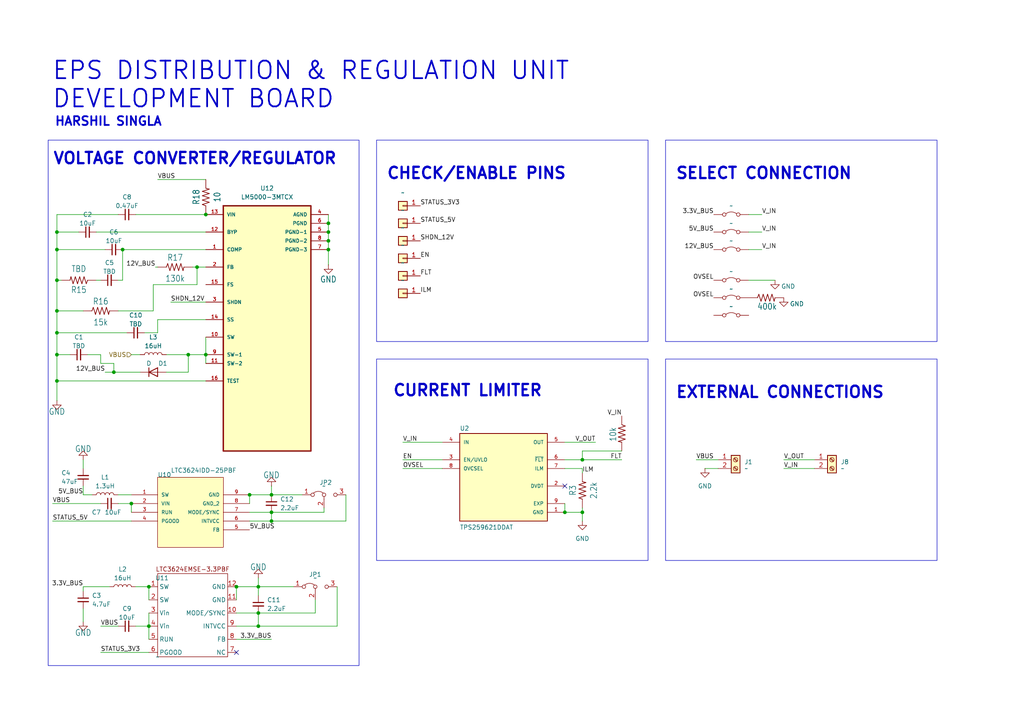
<source format=kicad_sch>
(kicad_sch (version 20231120) (generator "eeschema") (generator_version "8.0")
  (paper "A4")
  (lib_symbols
    (symbol "Connector:Screw_Terminal_01x02" (pin_names (offset 1.016) hide)
      (property "Reference" "J" (at 0 2.54 0))
      (property "Value" "Screw_Terminal_01x02" (at 0 -5.08 0))
      (symbol "Screw_Terminal_01x02_1_1"
        (rectangle (start -1.27 1.27) (end 1.27 -3.81) (stroke (width 0.254)) (fill (type background)))
        (circle (center 0 -2.54) (radius 0.635) (stroke (width 0.1524)))
        (polyline (pts (xy -0.5334 -2.2098) (xy 0.3302 -3.048)) (stroke (width 0.1524)))
        (polyline (pts (xy -0.5334 0.3302) (xy 0.3302 -0.508)) (stroke (width 0.1524)))
        (polyline (pts (xy -0.3556 -2.032) (xy 0.508 -2.8702)) (stroke (width 0.1524)))
        (polyline (pts (xy -0.3556 0.508) (xy 0.508 -0.3302)) (stroke (width 0.1524)))
        (circle (center 0 0) (radius 0.635) (stroke (width 0.1524)))
        (pin passive line (at -5.08 0 0) (length 3.81) (name "Pin_1") (number "1"))
        (pin passive line (at -5.08 -2.54 0) (length 3.81) (name "Pin_2") (number "2"))
      )
    )
    (symbol "Connector_Generic:Conn_01x01" (pin_names (offset 1.016) hide)
      (property "Reference" "J" (at 0 2.54 0))
      (property "Value" "Conn_01x01" (at 0 -2.54 0))
      (symbol "Conn_01x01_1_1"
        (rectangle (start -1.27 0.127) (end 0 -0.127) (stroke (width 0.1524)))
        (rectangle (start -1.27 1.27) (end 1.27 -1.27) (stroke (width 0.254)) (fill (type background)))
        (pin passive line (at -5.08 0 0) (length 3.81) (name "Pin_1") (number "1"))
      )
    )
    (symbol "Device:C_Small" (pin_numbers hide) (pin_names (offset 0.254) hide)
      (property "Reference" "C" (at 0.254 1.778 0))
      (property "Value" "C_Small" (at 0.254 -2.032 0))
      (symbol "C_Small_0_1"
        (polyline (pts (xy -1.524 -0.508) (xy 1.524 -0.508)) (stroke (width 0.3302)))
        (polyline (pts (xy -1.524 0.508) (xy 1.524 0.508)) (stroke (width 0.3048)))
      )
      (symbol "C_Small_1_1"
        (pin passive line (at 0 2.54 270) (length 2.032) (name "~") (number "1"))
        (pin passive line (at 0 -2.54 90) (length 2.032) (name "~") (number "2"))
      )
    )
    (symbol "Device:D" (pin_numbers hide) (pin_names (offset 1.016) hide)
      (property "Reference" "D" (at 0 2.54 0))
      (property "Value" "D" (at 0 -2.54 0))
      (symbol "D_0_1"
        (polyline (pts (xy -1.27 1.27) (xy -1.27 -1.27)) (stroke (width 0.254)))
        (polyline (pts (xy 1.27 0) (xy -1.27 0)))
        (polyline (pts (xy 1.27 1.27) (xy 1.27 -1.27) (xy -1.27 0) (xy 1.27 1.27)) (stroke (width 0.254)))
      )
      (symbol "D_1_1"
        (pin passive line (at -3.81 0 0) (length 2.54) (name "K") (number "1"))
        (pin passive line (at 3.81 0 180) (length 2.54) (name "A") (number "2"))
      )
    )
    (symbol "Device:L" (pin_numbers hide) (pin_names (offset 1.016) hide)
      (property "Reference" "L" (at -1.27 0 90))
      (property "Value" "L" (at 1.905 0 90))
      (symbol "L_0_1"
        (arc (start 0 -2.54) (mid 0.6323 -1.905) (end 0 -1.27))
        (arc (start 0 -1.27) (mid 0.6323 -0.635) (end 0 0))
        (arc (start 0 0) (mid 0.6323 0.635) (end 0 1.27))
        (arc (start 0 1.27) (mid 0.6323 1.905) (end 0 2.54))
      )
      (symbol "L_1_1"
        (pin passive line (at 0 3.81 270) (length 1.27) (name "1") (number "1"))
        (pin passive line (at 0 -3.81 90) (length 1.27) (name "2") (number "2"))
      )
    )
    (symbol "EPS_Schematic_v2-eagle-import:R-USCHIP-0805(2012-METRIC)"
      (property "Reference" "R" (at 0 2.7686 0))
      (symbol "R-USCHIP-0805(2012-METRIC)_1_0"
        (polyline (pts (xy -2.54 0) (xy -2.159 1.016)) (stroke (width 0.2032)))
        (polyline (pts (xy -2.159 1.016) (xy -1.524 -1.016)) (stroke (width 0.2032)))
        (polyline (pts (xy -1.524 -1.016) (xy -0.889 1.016)) (stroke (width 0.2032)))
        (polyline (pts (xy -0.889 1.016) (xy -0.254 -1.016)) (stroke (width 0.2032)))
        (polyline (pts (xy -0.254 -1.016) (xy 0.381 1.016)) (stroke (width 0.2032)))
        (polyline (pts (xy 0.381 1.016) (xy 1.016 -1.016)) (stroke (width 0.2032)))
        (polyline (pts (xy 1.016 -1.016) (xy 1.651 1.016)) (stroke (width 0.2032)))
        (polyline (pts (xy 1.651 1.016) (xy 2.286 -1.016)) (stroke (width 0.2032)))
        (polyline (pts (xy 2.286 -1.016) (xy 2.54 0)) (stroke (width 0.2032)))
        (pin passive line (at -5.08 0 0) (length 2.54) (name "1") (number "1"))
        (pin passive line (at 5.08 0 180) (length 2.54) (name "2") (number "2"))
      )
    )
    (symbol "Jumper:Jumper_2_Bridged" (pin_numbers hide) (pin_names (offset 0) hide) (exclude_from_sim yes)
      (property "Reference" "JP" (at 0 1.905 0))
      (property "Value" "Jumper_2_Bridged" (at 0 -2.54 0))
      (symbol "Jumper_2_Bridged_0_0"
        (circle (center -2.032 0) (radius 0.508))
        (circle (center 2.032 0) (radius 0.508))
      )
      (symbol "Jumper_2_Bridged_0_1"
        (arc (start 1.524 0.254) (mid 0 0.762) (end -1.524 0.254))
      )
      (symbol "Jumper_2_Bridged_1_1"
        (pin passive line (at -5.08 0 0) (length 2.54) (name "A") (number "1"))
        (pin passive line (at 5.08 0 180) (length 2.54) (name "B") (number "2"))
      )
    )
    (symbol "Jumper:Jumper_3_Bridged12" (pin_names (offset 0) hide) (exclude_from_sim yes) (in_bom no)
      (property "Reference" "JP" (at -2.54 -2.54 0))
      (property "Value" "Jumper_3_Bridged12" (at 0 2.794 0))
      (symbol "Jumper_3_Bridged12_0_0"
        (circle (center -3.302 0) (radius 0.508))
        (circle (center 0 0) (radius 0.508))
        (circle (center 3.302 0) (radius 0.508))
      )
      (symbol "Jumper_3_Bridged12_0_1"
        (arc (start -0.254 0.508) (mid -1.651 0.9912) (end -3.048 0.508))
        (polyline (pts (xy 0 -1.27) (xy 0 -0.508)))
      )
      (symbol "Jumper_3_Bridged12_1_1"
        (pin passive line (at -6.35 0 0) (length 2.54) (name "A") (number "1"))
        (pin passive line (at 0 -3.81 90) (length 2.54) (name "C") (number "2"))
        (pin passive line (at 6.35 0 180) (length 2.54) (name "B") (number "3"))
      )
    )
    (symbol "LM5000-3MTCX:LM5000-3MTCX" (pin_names (offset 1.016))
      (property "Reference" "U" (at -12.7 36.56 0))
      (property "Value" "LM5000-3MTCX" (at -12.7 -39.56 0))
      (symbol "LM5000-3MTCX_0_0"
        (rectangle (start -12.7 -35.56) (end 12.7 35.56) (stroke (width 0.41)) (fill (type background)))
        (pin bidirectional line (at -17.78 22.86 0) (length 5.08) (name "COMP") (number "1"))
        (pin bidirectional line (at -17.78 -2.54 0) (length 5.08) (name "SW") (number "10"))
        (pin bidirectional line (at -17.78 -10.16 0) (length 5.08) (name "SW-2") (number "11"))
        (pin bidirectional line (at -17.78 27.94 0) (length 5.08) (name "BYP") (number "12"))
        (pin input line (at -17.78 33.02 0) (length 5.08) (name "VIN") (number "13"))
        (pin bidirectional line (at -17.78 2.54 0) (length 5.08) (name "SS") (number "14"))
        (pin bidirectional line (at -17.78 12.7 0) (length 5.08) (name "FS") (number "15"))
        (pin bidirectional line (at -17.78 -15.24 0) (length 5.08) (name "TEST") (number "16"))
        (pin bidirectional line (at -17.78 17.78 0) (length 5.08) (name "FB") (number "2"))
        (pin bidirectional line (at -17.78 7.62 0) (length 5.08) (name "SHDN") (number "3"))
        (pin power_in line (at 17.78 33.02 180) (length 5.08) (name "AGND") (number "4"))
        (pin power_in line (at 17.78 27.94 180) (length 5.08) (name "PGND-1") (number "5"))
        (pin power_in line (at 17.78 30.48 180) (length 5.08) (name "PGND") (number "6"))
        (pin power_in line (at 17.78 22.86 180) (length 5.08) (name "PGND-3") (number "7"))
        (pin power_in line (at 17.78 25.4 180) (length 5.08) (name "PGND-2") (number "8"))
        (pin bidirectional line (at -17.78 -7.62 0) (length 5.08) (name "SW-1") (number "9"))
      )
    )
    (symbol "LTC3624IDD-25PBF:LTC3624IDD-25PBF" (pin_names (offset 1.016))
      (property "Reference" "U" (at 13.97 21.59 0))
      (property "Value" "LTC3624IDD-25PBF" (at 17.78 22.86 0))
      (symbol "LTC3624IDD-25PBF_0_0"
        (rectangle (start 13.97 21.59) (end 33.02 1.27) (stroke (width 0.1524)) (fill (type background)))
        (pin passive line (at 6.35 16.51 0) (length 7.62) (name "SW") (number "1"))
        (pin input line (at 6.35 13.97 0) (length 7.62) (name "VIN") (number "2"))
        (pin input line (at 6.35 11.43 0) (length 7.62) (name "RUN") (number "3"))
        (pin passive line (at 6.35 8.89 0) (length 7.62) (name "PGOOD") (number "4"))
        (pin input line (at 40.64 6.35 180) (length 7.62) (name "FB") (number "5"))
        (pin passive line (at 40.64 8.89 180) (length 7.62) (name "INTVCC") (number "6"))
        (pin passive line (at 40.64 11.43 180) (length 7.62) (name "MODE/SYNC") (number "7"))
        (pin power_in line (at 40.64 13.97 180) (length 7.62) (name "GND_2") (number "8"))
        (pin power_in line (at 40.64 16.51 180) (length 7.62) (name "GND") (number "9"))
      )
    )
    (symbol "LTC3624_3.3:LTC3624EMSE_3.3PBF"
      (property "Reference" "U" (at 1.27 22.86 0))
      (symbol "LTC3624EMSE_3.3PBF_0_1"
        (polyline (pts (xy 0 20.32) (xy 0 0)))
        (polyline (pts (xy 0 20.32) (xy 0 24.13) (xy 20.32 24.13) (xy 20.32 0) (xy 0 0)))
      )
      (symbol "LTC3624EMSE_3.3PBF_1_1"
        (text "LTC3624EMSE-3.3PBF\n" (at 10.16 25.4 0) (effects (font (size 1.27 1.27))))
        (pin input line (at -2.54 20.32 0) (length 2.54) (name "SW") (number "1"))
        (pin input line (at 22.86 12.7 180) (length 2.54) (name "MODE/SYNC") (number "10"))
        (pin input line (at 22.86 16.51 180) (length 2.54) (name "GND") (number "11"))
        (pin input line (at 22.86 20.32 180) (length 2.54) (name "GND") (number "12"))
        (pin input line (at -2.54 16.51 0) (length 2.54) (name "SW") (number "2"))
        (pin input line (at -2.54 12.7 0) (length 2.54) (name "Vin") (number "3"))
        (pin input line (at -2.54 8.89 0) (length 2.54) (name "Vin") (number "4"))
        (pin input line (at -2.54 5.08 0) (length 2.54) (name "RUN") (number "5"))
        (pin input line (at -2.54 1.27 0) (length 2.54) (name "PGOOD") (number "6"))
        (pin input line (at 22.86 1.27 180) (length 2.54) (name "NC") (number "7"))
        (pin input line (at 22.86 5.08 180) (length 2.54) (name "FB") (number "8"))
        (pin input line (at 22.86 8.89 180) (length 2.54) (name "INTVCC") (number "9"))
      )
    )
    (symbol "TPS259621DDAT:TPS259621DDAT" (pin_names (offset 1.016))
      (property "Reference" "U" (at -12.7 13.462 0))
      (property "Value" "TPS259621DDAT" (at -12.7 -15.24 0))
      (symbol "TPS259621DDAT_0_0"
        (rectangle (start -12.7 12.7) (end 12.7 -12.7) (stroke (width 0.254)) (fill (type background)))
        (pin power_in line (at 17.78 -10.16 180) (length 5.08) (name "GND") (number "1"))
        (pin output line (at 17.78 -2.54 180) (length 5.08) (name "DVDT") (number "2"))
        (pin input line (at -17.78 5.08 0) (length 5.08) (name "EN/UVLO") (number "3"))
        (pin input line (at -17.78 10.16 0) (length 5.08) (name "IN") (number "4"))
        (pin output line (at 17.78 10.16 180) (length 5.08) (name "OUT") (number "5"))
        (pin output line (at 17.78 5.08 180) (length 5.08) (name "~{FLT}") (number "6"))
        (pin output line (at 17.78 2.54 180) (length 5.08) (name "ILM") (number "7"))
        (pin input line (at -17.78 2.54 0) (length 5.08) (name "OVCSEL") (number "8"))
        (pin power_in line (at 17.78 -7.62 180) (length 5.08) (name "EXP") (number "9"))
      )
    )
    (symbol "power:GND" (power) (pin_numbers hide) (pin_names (offset 0) hide)
      (property "Value" "GND" (at 0 -3.81 0))
      (symbol "GND_0_1"
        (polyline (pts (xy 0 0) (xy 0 -1.27) (xy 1.27 -1.27) (xy 0 -2.54) (xy -1.27 -1.27) (xy 0 -1.27)))
      )
      (symbol "GND_1_1"
        (pin power_in line (at 0 0 270) (length 0) (name "~") (number "1"))
      )
    )
  )
  (junction (at 16.51 72.39))
  (junction (at 16.51 96.52))
  (junction (at 16.51 67.31))
  (junction (at 54.61 102.87))
  (junction (at 74.93 170.18))
  (junction (at 95.25 69.85))
  (junction (at 35.56 72.39))
  (junction (at 78.74 143.51))
  (junction (at 78.74 151.13))
  (junction (at 168.91 133.35))
  (junction (at 163.83 148.59))
  (junction (at 168.91 148.59))
  (junction (at 74.93 177.8))
  (junction (at 95.25 72.39))
  (junction (at 38.1 146.05))
  (junction (at 16.51 81.28))
  (junction (at 16.51 110.49))
  (junction (at 59.69 102.87))
  (junction (at 16.51 90.17))
  (junction (at 68.58 170.18))
  (junction (at 95.25 67.31))
  (junction (at 16.51 102.87))
  (junction (at 78.74 148.59))
  (junction (at 33.02 107.95))
  (junction (at 59.69 62.23))
  (junction (at 72.39 143.51))
  (junction (at 95.25 64.77))
  (junction (at 74.93 181.61))
  (junction (at 43.18 170.18))
  (junction (at 57.15 77.47))
  (junction (at 43.18 181.61))
  (no_connect (at 68.58 189.23))
  (no_connect (at 163.83 140.97))
  (wire (pts (xy 16.51 67.31) (xy 22.86 67.31)))
  (wire (pts (xy 27.94 81.28) (xy 29.21 81.28)))
  (wire (pts (xy 39.37 62.23) (xy 59.69 62.23)))
  (wire (pts (xy 16.51 90.17) (xy 16.51 96.52)))
  (wire (pts (xy 16.51 81.28) (xy 17.78 81.28)))
  (wire (pts (xy 68.58 170.18) (xy 74.93 170.18)))
  (wire (pts (xy 78.74 140.97) (xy 78.74 143.51)))
  (wire (pts (xy 43.18 177.8) (xy 43.18 181.61)))
  (wire (pts (xy 54.61 102.87) (xy 59.69 102.87)))
  (wire (pts (xy 34.29 81.28) (xy 35.56 81.28)))
  (wire (pts (xy 16.51 67.31) (xy 16.51 72.39)))
  (wire (pts (xy 163.83 128.27) (xy 172.72 128.27)))
  (wire (pts (xy 95.25 64.77) (xy 95.25 67.31)))
  (wire (pts (xy 41.91 96.52) (xy 45.72 96.52)))
  (wire (pts (xy 163.83 148.59) (xy 168.91 148.59)) (stroke (width 0.1524)))
  (wire (pts (xy 38.1 146.05) (xy 38.1 148.59)))
  (wire (pts (xy 39.37 181.61) (xy 43.18 181.61)))
  (wire (pts (xy 78.74 148.59) (xy 93.98 148.59)))
  (wire (pts (xy 59.69 97.79) (xy 59.69 102.87)))
  (wire (pts (xy 168.91 148.59) (xy 168.91 151.13)) (stroke (width 0.1524)))
  (wire (pts (xy 78.74 185.42) (xy 68.58 185.42)))
  (wire (pts (xy 78.74 143.51) (xy 87.63 143.51)))
  (wire (pts (xy 24.13 140.97) (xy 24.13 143.51)))
  (wire (pts (xy 33.02 107.95) (xy 40.64 107.95)))
  (wire (pts (xy 168.91 133.35) (xy 180.34 133.35)))
  (wire (pts (xy 39.37 170.18) (xy 43.18 170.18)))
  (wire (pts (xy 97.79 181.61) (xy 74.93 181.61)))
  (wire (pts (xy 29.21 181.61) (xy 34.29 181.61)))
  (wire (pts (xy 116.84 128.27) (xy 128.27 128.27)))
  (wire (pts (xy 227.33 135.89) (xy 236.22 135.89)))
  (wire (pts (xy 44.45 90.17) (xy 44.45 82.55)))
  (wire (pts (xy 38.1 102.87) (xy 40.64 102.87)))
  (wire (pts (xy 78.74 148.59) (xy 78.74 151.13)))
  (wire (pts (xy 201.93 133.35) (xy 208.28 133.35)))
  (wire (pts (xy 35.56 72.39) (xy 59.69 72.39)))
  (wire (pts (xy 24.13 143.51) (xy 26.67 143.51)))
  (wire (pts (xy 95.25 67.31) (xy 95.25 69.85)))
  (wire (pts (xy 29.21 105.41) (xy 33.02 105.41)))
  (wire (pts (xy 72.39 143.51) (xy 72.39 146.05)))
  (wire (pts (xy 16.51 110.49) (xy 16.51 116.205)))
  (wire (pts (xy 16.51 96.52) (xy 16.51 102.87)))
  (wire (pts (xy 57.15 82.55) (xy 57.15 77.47)))
  (wire (pts (xy 74.93 177.8) (xy 91.44 177.8)))
  (wire (pts (xy 34.29 146.05) (xy 38.1 146.05)))
  (wire (pts (xy 74.93 170.18) (xy 85.09 170.18)))
  (wire (pts (xy 45.085 77.47) (xy 45.72 77.47)))
  (wire (pts (xy 168.91 130.81) (xy 168.91 133.35)))
  (wire (pts (xy 45.72 92.71) (xy 59.69 92.71)))
  (wire (pts (xy 74.93 170.18) (xy 74.93 172.72)))
  (wire (pts (xy 48.26 102.87) (xy 54.61 102.87)))
  (wire (pts (xy 74.93 167.64) (xy 74.93 170.18)))
  (wire (pts (xy 217.17 72.39) (xy 220.98 72.39)))
  (wire (pts (xy 54.61 107.95) (xy 54.61 102.87)))
  (wire (pts (xy 15.24 146.05) (xy 29.21 146.05)))
  (wire (pts (xy 72.39 148.59) (xy 78.74 148.59)))
  (wire (pts (xy 100.33 143.51) (xy 100.33 151.13)))
  (wire (pts (xy 95.25 76.835) (xy 95.25 72.39)))
  (wire (pts (xy 224.79 81.28) (xy 217.17 81.28)))
  (wire (pts (xy 68.58 177.8) (xy 74.93 177.8)))
  (wire (pts (xy 68.58 181.61) (xy 74.93 181.61)))
  (wire (pts (xy 168.91 133.35) (xy 163.83 133.35)))
  (wire (pts (xy 16.51 62.23) (xy 16.51 67.31)))
  (wire (pts (xy 45.72 96.52) (xy 45.72 92.71)))
  (wire (pts (xy 59.69 102.87) (xy 59.69 105.41)))
  (wire (pts (xy 24.13 180.34) (xy 24.13 176.53)))
  (wire (pts (xy 72.39 151.13) (xy 78.74 151.13)))
  (wire (pts (xy 97.79 170.18) (xy 97.79 181.61)))
  (wire (pts (xy 29.21 189.23) (xy 43.18 189.23)))
  (wire (pts (xy 95.25 69.85) (xy 95.25 72.39)))
  (wire (pts (xy 16.51 72.39) (xy 16.51 81.28)))
  (wire (pts (xy 100.33 151.13) (xy 78.74 151.13)))
  (wire (pts (xy 204.47 135.89) (xy 208.28 135.89)))
  (wire (pts (xy 30.48 107.95) (xy 33.02 107.95)))
  (wire (pts (xy 15.24 151.13) (xy 38.1 151.13)))
  (wire (pts (xy 68.58 170.18) (xy 68.58 173.99)))
  (wire (pts (xy 93.98 147.32) (xy 93.98 148.59)))
  (wire (pts (xy 35.56 81.28) (xy 35.56 72.39)))
  (wire (pts (xy 180.34 130.81) (xy 168.91 130.81)))
  (wire (pts (xy 16.51 102.87) (xy 16.51 110.49)))
  (wire (pts (xy 57.15 77.47) (xy 59.69 77.47)))
  (wire (pts (xy 45.72 52.07) (xy 59.69 52.07)))
  (wire (pts (xy 217.17 62.23) (xy 220.98 62.23)))
  (wire (pts (xy 24.13 170.18) (xy 24.13 171.45)))
  (wire (pts (xy 34.29 90.17) (xy 44.45 90.17)))
  (wire (pts (xy 16.51 96.52) (xy 36.83 96.52)))
  (wire (pts (xy 16.51 72.39) (xy 30.48 72.39)))
  (wire (pts (xy 29.21 102.87) (xy 29.21 105.41)))
  (wire (pts (xy 25.4 102.87) (xy 29.21 102.87)))
  (wire (pts (xy 168.91 147.32) (xy 168.91 148.59)))
  (wire (pts (xy 34.29 143.51) (xy 38.1 143.51)))
  (wire (pts (xy 55.88 77.47) (xy 57.15 77.47)))
  (wire (pts (xy 43.18 170.18) (xy 43.18 173.99)))
  (wire (pts (xy 95.25 62.23) (xy 95.25 64.77)))
  (wire (pts (xy 74.93 181.61) (xy 74.93 177.8)))
  (wire (pts (xy 48.26 107.95) (xy 54.61 107.95)))
  (wire (pts (xy 49.53 87.63) (xy 59.69 87.63)))
  (wire (pts (xy 16.51 102.87) (xy 20.32 102.87)))
  (wire (pts (xy 33.02 105.41) (xy 33.02 107.95)))
  (wire (pts (xy 217.17 67.31) (xy 220.98 67.31)))
  (wire (pts (xy 163.83 146.05) (xy 163.83 148.59)))
  (wire (pts (xy 27.94 67.31) (xy 59.69 67.31)))
  (wire (pts (xy 16.51 62.23) (xy 34.29 62.23)))
  (wire (pts (xy 78.74 143.51) (xy 72.39 143.51)))
  (wire (pts (xy 16.51 90.17) (xy 24.13 90.17)))
  (wire (pts (xy 227.33 133.35) (xy 236.22 133.35)))
  (wire (pts (xy 43.18 181.61) (xy 43.18 185.42)))
  (wire (pts (xy 44.45 82.55) (xy 57.15 82.55)))
  (wire (pts (xy 24.13 133.35) (xy 24.13 135.89)))
  (wire (pts (xy 24.13 170.18) (xy 31.75 170.18)))
  (wire (pts (xy 116.84 135.89) (xy 128.27 135.89)))
  (wire (pts (xy 91.44 173.99) (xy 91.44 177.8)))
  (wire (pts (xy 168.91 135.89) (xy 168.91 137.16)) (stroke (width 0.1524)))
  (wire (pts (xy 16.51 110.49) (xy 59.69 110.49)))
  (wire (pts (xy 163.83 135.89) (xy 168.91 135.89)) (stroke (width 0.1524)))
  (wire (pts (xy 16.51 81.28) (xy 16.51 90.17)))
  (wire (pts (xy 116.84 133.35) (xy 128.27 133.35)))
  (rectangle (start 109.22 40.64) (end 187.96 99.06))
  (rectangle (start 13.97 40.64) (end 104.14 193.04))
  (rectangle (start 109.22 104.14) (end 187.96 162.56))
  (rectangle (start 193.04 40.64) (end 271.78 99.06))
  (rectangle (start 193.04 104.14) (end 271.78 162.56))
  (text "CHECK/ENABLE PINS" (at 112.014 52.324 0) (effects (font (size 3.27 3.27) (thickness 0.654) (bold yes)) (justify left bottom)))
  (text "VOLTAGE CONVERTER/REGULATOR" (at 15.24 48.006 0) (effects (font (size 3.27 3.27) (thickness 0.654) (bold yes)) (justify left bottom)))
  (text "EPS DISTRIBUTION & REGULATION UNIT\nDEVELOPMENT BOARD" (at 14.986 31.75 0) (effects (font (size 5.08 5.08) (thickness 0.508) (bold yes)) (justify left bottom)))
  (text "SELECT CONNECTION" (at 195.834 52.324 0) (effects (font (size 3.27 3.27) (thickness 0.654) (bold yes)) (justify left bottom)))
  (text "CURRENT LIMITER" (at 113.792 115.316 0) (effects (font (size 3.27 3.27) (thickness 0.654) (bold yes)) (justify left bottom)))
  (text "HARSHIL SINGLA" (at 15.748 36.83 0) (effects (font (size 2.54 2.54) (bold yes)) (justify left bottom)))
  (text "EXTERNAL CONNECTIONS" (at 195.834 115.824 0) (effects (font (size 3.27 3.27) (thickness 0.654) (bold yes)) (justify left bottom)))
  (label "VBUS" (at 45.72 52.07 0))
  (label "OVSEL" (at 207.01 81.28 180))
  (label "SHDN_12V" (at 121.92 69.85 0))
  (label "V_IN" (at 220.98 72.39 0))
  (label "V_OUT" (at 227.33 133.35 0))
  (label "V_OUT" (at 172.72 128.27 180))
  (label "OVSEL" (at 207.01 86.36 180))
  (label "3.3V_BUS" (at 78.74 185.42 180))
  (label "5V_BUS" (at 24.13 143.51 180))
  (label "ILM" (at 121.92 85.09 0))
  (label "EN" (at 116.84 133.35 0))
  (label "VBUS" (at 201.93 133.35 0))
  (label "3.3V_BUS" (at 24.13 170.18 180))
  (label "3.3V_BUS" (at 207.01 62.23 180))
  (label "FLT" (at 121.92 80.01 0))
  (label "12V_BUS" (at 207.01 72.39 180))
  (label "12V_BUS" (at 45.085 77.47 180))
  (label "V_IN" (at 116.84 128.27 0))
  (label "STATUS_5V" (at 15.24 151.13 0))
  (label "V_IN" (at 180.34 120.65 180))
  (label "5V_BUS" (at 207.01 67.31 180))
  (label "SHDN_12V" (at 49.53 87.63 0))
  (label "V_IN" (at 220.98 67.31 0))
  (label "FLT" (at 180.34 133.35 180))
  (label "STATUS_3V3" (at 29.21 189.23 0))
  (label "5V_BUS" (at 72.39 153.67 0))
  (label "STATUS_5V" (at 121.92 64.77 0))
  (label "OVSEL" (at 116.84 135.89 0))
  (label "VBUS" (at 29.21 181.61 0))
  (label "ILM" (at 168.91 137.16 0))
  (label "VBUS" (at 15.24 146.05 0))
  (label "12V_BUS" (at 30.48 107.95 180))
  (label "STATUS_3V3" (at 121.92 59.69 0))
  (label "V_IN" (at 220.98 62.23 0))
  (label "EN" (at 121.92 74.93 0))
  (label "V_IN" (at 227.33 135.89 0))
  (hierarchical_label "VBUS" (shape input) (at 38.1 102.87 180))
  (symbol (lib_id "Device:C_Small") (at 31.75 146.05 90) (unit 1)
    (property "Reference" "C7" (at 27.94 148.59 90))
    (property "Value" "10uF" (at 32.766 148.59 90))
    (property "Footprint" "Capacitor_SMD:C_0805_2012Metric_Pad1.18x1.45mm_HandSolder" (effects (hide yes)))
  )
  (symbol (lib_id "Connector:Screw_Terminal_01x02") (at 213.36 133.35 0) (unit 1)
    (property "Reference" "J1" (at 215.9 133.9849 0) (effects (justify left)))
    (property "Value" "~" (at 215.9 135.89 0) (effects (justify left)))
    (property "Description" "Generic screw terminal, single row, 01x02, script generated (kicad-library-utils/schlib/autogen/connector/)" (effects (hide yes)))
  )
  (symbol (lib_id "Connector_Generic:Conn_01x01") (at 116.84 69.85 180) (unit 1)
    (property "Reference" "J4" (effects (hide yes)))
    (property "Value" "~" (at 116.84 66.04 0))
    (property "Description" "Generic connector, single row, 01x01, script generated (kicad-library-utils/schlib/autogen/connector/)" (effects (hide yes)))
  )
  (symbol (lib_id "Device:C_Small") (at 36.83 62.23 90) (unit 1)
    (property "Reference" "C8" (at 36.83 57.15 90))
    (property "Value" "0.47uF" (at 36.83 59.69 90))
    (property "Footprint" "Capacitor_SMD:C_0805_2012Metric_Pad1.18x1.45mm_HandSolder" (effects (hide yes)))
  )
  (symbol (lib_id "power:GND") (at 24.13 180.34 0) (unit 1)
    (property "Reference" "#SUPPLY018" (effects (hide yes)))
    (property "Value" "GND" (at 24.13 183.515 0) (effects (font (size 1.778 1.5113))))
    (property "Description" "Power symbol creates a global label with name \"GND\" , ground" (effects (hide yes)))
  )
  (symbol (lib_id "Device:D") (at 44.45 107.95 0) (unit 1)
    (property "Reference" "D1" (at 47.244 105.41 0))
    (property "Value" "D" (at 43.18 105.41 0))
    (property "Description" "Diode" (effects (hide yes)))
    (property "Sim.Device" "D" (effects (hide yes)))
    (property "Sim.Pins" "1=K 2=A" (effects (hide yes)))
  )
  (symbol (lib_id "Device:L") (at 44.45 102.87 90) (unit 1)
    (property "Reference" "L3" (at 44.45 97.79 90))
    (property "Value" "16uH" (at 44.45 100.33 90))
    (property "Footprint" "Inductor_SMD:L_0805_2012Metric_Pad1.15x1.40mm_HandSolder" (effects (hide yes)))
  )
  (symbol (lib_id "EPS_Schematic_v2-eagle-import:R-USCHIP-0805(2012-METRIC)") (at 50.8 77.47 0) (unit 1)
    (property "Reference" "R17" (at 50.8 74.7014 0) (effects (font (size 1.778 1.5113))))
    (property "Value" "130k" (at 50.8 80.772 0) (effects (font (size 1.778 1.5113))))
    (property "Footprint" "Resistor_SMD:R_0603_1608Metric_Pad0.98x0.95mm_HandSolder" (effects (hide yes)))
  )
  (symbol (lib_id "Jumper:Jumper_2_Bridged") (at 212.09 81.28 0) (unit 1) (exclude_from_sim yes)
    (property "Reference" "JP6" (effects (hide yes)))
    (property "Value" "~" (at 212.09 78.74 0))
    (property "Description" "Jumper, 2-pole, closed/bridged" (effects (hide yes)))
  )
  (symbol (lib_id "LTC3624IDD-25PBF:LTC3624IDD-25PBF") (at 31.75 160.02 0) (unit 1)
    (property "Reference" "U10" (at 45.72 138.43 0) (effects (justify left bottom)))
    (property "Value" "LTC3624IDD-25PBF" (at 49.53 137.16 0) (effects (justify left bottom)))
  )
  (symbol (lib_id "LTC3624_3.3:LTC3624EMSE_3.3PBF") (at 45.72 190.5 0) (unit 1)
    (property "Reference" "U11" (at 46.99 167.64 0))
    (property "Value" "~" (at 45.72 190.5 0))
    (property "Footprint" "EPS_Schematic_v2:SOP65P490X110-13N" (effects (hide yes)))
  )
  (symbol (lib_id "Jumper:Jumper_2_Bridged") (at 212.09 91.44 0) (unit 1) (exclude_from_sim yes)
    (property "Reference" "JP8" (effects (hide yes)))
    (property "Value" "~" (at 212.09 88.9 0))
    (property "Description" "Jumper, 2-pole, closed/bridged" (effects (hide yes)))
  )
  (symbol (lib_id "Device:C_Small") (at 24.13 138.43 180) (unit 1)
    (property "Reference" "C4" (at 17.78 137.16 0) (effects (justify right)))
    (property "Value" "47uF" (at 17.78 139.7 0) (effects (justify right)))
    (property "Footprint" "Capacitor_SMD:C_0805_2012Metric_Pad1.18x1.45mm_HandSolder" (effects (hide yes)))
  )
  (symbol (lib_id "Connector:Screw_Terminal_01x02") (at 241.3 133.35 0) (unit 1)
    (property "Reference" "J8" (at 243.84 133.9849 0) (effects (justify left)))
    (property "Value" "~" (at 243.84 135.89 0) (effects (justify left)))
    (property "Description" "Generic screw terminal, single row, 01x02, script generated (kicad-library-utils/schlib/autogen/connector/)" (effects (hide yes)))
  )
  (symbol (lib_id "EPS_Schematic_v2-eagle-import:R-USCHIP-0805(2012-METRIC)") (at 180.34 125.73 270) (unit 1)
    (property "Reference" "R1" (effects (hide yes)))
    (property "Value" "10k" (at 177.8 125.984 0) (effects (font (size 1.778 1.5113))))
    (property "Footprint" "Resistor_SMD:R_0603_1608Metric_Pad0.98x0.95mm_HandSolder" (effects (hide yes)))
  )
  (symbol (lib_id "EPS_Schematic_v2-eagle-import:R-USCHIP-0805(2012-METRIC)") (at 22.86 81.28 180) (unit 1)
    (property "Reference" "R15" (at 22.86 84.0486 0) (effects (font (size 1.778 1.5113))))
    (property "Value" "TBD" (at 22.86 77.978 0) (effects (font (size 1.778 1.5113))))
    (property "Footprint" "Resistor_SMD:R_0603_1608Metric_Pad0.98x0.95mm_HandSolder" (effects (hide yes)))
  )
  (symbol (lib_id "Device:C_Small") (at 25.4 67.31 90) (unit 1)
    (property "Reference" "C2" (at 25.4 62.23 90))
    (property "Value" "10uF" (at 25.4 64.77 90))
    (property "Footprint" "Capacitor_SMD:C_0805_2012Metric_Pad1.18x1.45mm_HandSolder" (effects (hide yes)))
  )
  (symbol (lib_id "EPS_Schematic_v2-eagle-import:R-USCHIP-0805(2012-METRIC)") (at 59.69 57.15 90) (unit 1)
    (property "Reference" "R18" (at 56.9214 57.15 0) (effects (font (size 1.778 1.5113))))
    (property "Value" "10" (at 62.992 57.15 0) (effects (font (size 1.778 1.5113))))
    (property "Footprint" "Resistor_SMD:R_0603_1608Metric_Pad0.98x0.95mm_HandSolder" (effects (hide yes)))
  )
  (symbol (lib_id "Jumper:Jumper_3_Bridged12") (at 91.44 170.18 0) (unit 1) (exclude_from_sim yes) (in_bom no)
    (property "Reference" "JP1" (at 91.44 166.624 0))
    (property "Value" "~" (at 91.44 167.64 0))
    (property "Description" "Jumper, 3-pole, pins 1+2 closed/bridged" (effects (hide yes)))
  )
  (symbol (lib_id "Connector_Generic:Conn_01x01") (at 116.84 59.69 180) (unit 1)
    (property "Reference" "J3" (effects (hide yes)))
    (property "Value" "~" (at 116.84 55.88 0))
    (property "Description" "Generic connector, single row, 01x01, script generated (kicad-library-utils/schlib/autogen/connector/)" (effects (hide yes)))
  )
  (symbol (lib_id "Connector_Generic:Conn_01x01") (at 116.84 64.77 180) (unit 1)
    (property "Reference" "J2" (effects (hide yes)))
    (property "Value" "~" (at 116.84 60.96 0))
    (property "Description" "Generic connector, single row, 01x01, script generated (kicad-library-utils/schlib/autogen/connector/)" (effects (hide yes)))
  )
  (symbol (lib_id "Device:C_Small") (at 39.37 96.52 90) (unit 1)
    (property "Reference" "C10" (at 39.37 91.44 90))
    (property "Value" "TBD" (at 39.37 93.98 90))
    (property "Footprint" "Capacitor_SMD:C_0805_2012Metric_Pad1.18x1.45mm_HandSolder" (effects (hide yes)))
  )
  (symbol (lib_id "power:GND") (at 16.51 116.205 0) (unit 1)
    (property "Reference" "#SUPPLY017" (effects (hide yes)))
    (property "Value" "GND" (at 16.51 119.38 0) (effects (font (size 1.778 1.5113))))
    (property "Description" "Power symbol creates a global label with name \"GND\" , ground" (effects (hide yes)))
  )
  (symbol (lib_id "Jumper:Jumper_2_Bridged") (at 212.09 67.31 0) (unit 1) (exclude_from_sim yes)
    (property "Reference" "JP4" (effects (hide yes)))
    (property "Value" "~" (at 212.09 64.77 0))
    (property "Description" "Jumper, 2-pole, closed/bridged" (effects (hide yes)))
  )
  (symbol (lib_id "Device:C_Small") (at 36.83 181.61 90) (unit 1)
    (property "Reference" "C9" (at 36.83 176.53 90))
    (property "Value" "10uF" (at 36.83 179.07 90))
    (property "Footprint" "Capacitor_SMD:C_0805_2012Metric_Pad1.18x1.45mm_HandSolder" (effects (hide yes)))
  )
  (symbol (lib_id "Jumper:Jumper_2_Bridged") (at 212.09 86.36 0) (unit 1) (exclude_from_sim yes)
    (property "Reference" "JP7" (effects (hide yes)))
    (property "Value" "~" (at 212.09 83.82 0))
    (property "Description" "Jumper, 2-pole, closed/bridged" (effects (hide yes)))
  )
  (symbol (lib_id "power:GND") (at 168.91 151.13 0) (unit 1)
    (property "Reference" "#PWR02" (effects (hide yes)))
    (property "Value" "GND" (at 168.91 156.21 0))
    (property "Description" "Power symbol creates a global label with name \"GND\" , ground" (effects (hide yes)))
  )
  (symbol (lib_id "EPS_Schematic_v2-eagle-import:R-USCHIP-0805(2012-METRIC)") (at 29.21 90.17 0) (unit 1)
    (property "Reference" "R16" (at 29.21 87.4014 0) (effects (font (size 1.778 1.5113))))
    (property "Value" "15k" (at 29.21 93.472 0) (effects (font (size 1.778 1.5113))))
    (property "Footprint" "Resistor_SMD:R_0603_1608Metric_Pad0.98x0.95mm_HandSolder" (effects (hide yes)))
  )
  (symbol (lib_id "Device:C_Small") (at 74.93 175.26 0) (unit 1)
    (property "Reference" "C11" (at 77.47 173.9962 0) (effects (justify left)))
    (property "Value" "2.2uF" (at 77.47 176.5362 0) (effects (justify left)))
    (property "Footprint" "Capacitor_SMD:C_0805_2012Metric_Pad1.18x1.45mm_HandSolder" (effects (hide yes)))
  )
  (symbol (lib_id "Connector_Generic:Conn_01x01") (at 116.84 80.01 180) (unit 1)
    (property "Reference" "J6" (effects (hide yes)))
    (property "Value" "~" (at 116.84 76.2 0))
    (property "Description" "Generic connector, single row, 01x01, script generated (kicad-library-utils/schlib/autogen/connector/)" (effects (hide yes)))
  )
  (symbol (lib_id "Connector_Generic:Conn_01x01") (at 116.84 74.93 180) (unit 1)
    (property "Reference" "J5" (effects (hide yes)))
    (property "Value" "~" (at 116.84 71.12 0))
    (property "Description" "Generic connector, single row, 01x01, script generated (kicad-library-utils/schlib/autogen/connector/)" (effects (hide yes)))
  )
  (symbol (lib_id "Device:C_Small") (at 78.74 146.05 0) (unit 1)
    (property "Reference" "C12" (at 81.28 144.7863 0) (effects (justify left)))
    (property "Value" "2.2uF" (at 81.28 147.3263 0) (effects (justify left)))
    (property "Footprint" "Capacitor_SMD:C_0805_2012Metric_Pad1.18x1.45mm_HandSolder" (effects (hide yes)))
  )
  (symbol (lib_id "Jumper:Jumper_3_Bridged12") (at 93.98 143.51 0) (unit 1) (exclude_from_sim yes) (in_bom no)
    (property "Reference" "JP2" (at 94.488 139.954 0))
    (property "Value" "~" (at 93.98 140.97 0))
    (property "Description" "Jumper, 3-pole, pins 1+2 closed/bridged" (effects (hide yes)))
  )
  (symbol (lib_id "Device:L") (at 30.48 143.51 90) (unit 1)
    (property "Reference" "L1" (at 30.48 138.43 90))
    (property "Value" "1.3uH" (at 30.48 140.97 90))
    (property "Footprint" "Inductor_SMD:L_0805_2012Metric_Pad1.15x1.40mm_HandSolder" (effects (hide yes)))
  )
  (symbol (lib_id "TPS259621DDAT:TPS259621DDAT") (at 146.05 138.43 0) (unit 1)
    (property "Reference" "U2" (at 133.35 124.968 0) (effects (justify left bottom)))
    (property "Value" "TPS259621DDAT" (at 133.35 153.67 0) (effects (justify left bottom)))
    (property "Footprint" "EPS_Schematic_v2:IC_TPS259621DDAT" (effects (hide yes)))
  )
  (symbol (lib_id "Device:C_Small") (at 24.13 173.99 0) (unit 1)
    (property "Reference" "C3" (at 26.67 172.7263 0) (effects (justify left)))
    (property "Value" "4.7uF" (at 26.67 175.2663 0) (effects (justify left)))
    (property "Footprint" "Capacitor_SMD:C_0805_2012Metric_Pad1.18x1.45mm_HandSolder" (effects (hide yes)))
  )
  (symbol (lib_id "power:GND") (at 24.13 133.35 180) (unit 1)
    (property "Reference" "#SUPPLY019" (effects (hide yes)))
    (property "Value" "GND" (at 24.13 130.175 0) (effects (font (size 1.778 1.5113))))
    (property "Description" "Power symbol creates a global label with name \"GND\" , ground" (effects (hide yes)))
  )
  (symbol (lib_id "Jumper:Jumper_2_Bridged") (at 212.09 72.39 0) (unit 1) (exclude_from_sim yes)
    (property "Reference" "JP5" (effects (hide yes)))
    (property "Value" "~" (at 212.09 69.85 0))
    (property "Description" "Jumper, 2-pole, closed/bridged" (effects (hide yes)))
  )
  (symbol (lib_id "Device:L") (at 35.56 170.18 90) (unit 1)
    (property "Reference" "L2" (at 35.56 165.1 90))
    (property "Value" "16uH" (at 35.56 167.64 90))
    (property "Footprint" "Inductor_SMD:L_0805_2012Metric_Pad1.15x1.40mm_HandSolder" (effects (hide yes)))
  )
  (symbol (lib_id "power:GND") (at 95.25 76.835 0) (unit 1)
    (property "Reference" "#SUPPLY023" (effects (hide yes)))
    (property "Value" "GND" (at 95.25 81.026 0) (effects (font (size 1.778 1.5113))))
    (property "Description" "Power symbol creates a global label with name \"GND\" , ground" (effects (hide yes)))
  )
  (symbol (lib_id "power:GND") (at 224.79 81.28 0) (unit 1)
    (property "Reference" "#PWR03" (effects (hide yes)))
    (property "Value" "GND" (at 228.6 83.058 0))
    (property "Description" "Power symbol creates a global label with name \"GND\" , ground" (effects (hide yes)))
  )
  (symbol (lib_id "Jumper:Jumper_2_Bridged") (at 212.09 62.23 0) (unit 1) (exclude_from_sim yes)
    (property "Reference" "JP3" (effects (hide yes)))
    (property "Value" "~" (at 212.09 59.69 0))
    (property "Description" "Jumper, 2-pole, closed/bridged" (effects (hide yes)))
  )
  (symbol (lib_id "power:GND") (at 227.33 86.36 0) (unit 1)
    (property "Reference" "#PWR04" (effects (hide yes)))
    (property "Value" "GND" (at 231.14 88.138 0))
    (property "Description" "Power symbol creates a global label with name \"GND\" , ground" (effects (hide yes)))
  )
  (symbol (lib_id "Device:C_Small") (at 31.75 81.28 90) (unit 1)
    (property "Reference" "C5" (at 31.75 76.2 90))
    (property "Value" "TBD" (at 31.75 78.74 90))
    (property "Footprint" "Capacitor_SMD:C_0805_2012Metric_Pad1.18x1.45mm_HandSolder" (effects (hide yes)))
  )
  (symbol (lib_id "power:GND") (at 78.74 140.97 180) (unit 1)
    (property "Reference" "#SUPPLY021" (effects (hide yes)))
    (property "Value" "GND" (at 78.74 137.795 0) (effects (font (size 1.778 1.5113))))
    (property "Description" "Power symbol creates a global label with name \"GND\" , ground" (effects (hide yes)))
  )
  (symbol (lib_id "power:GND") (at 204.47 135.89 0) (unit 1)
    (property "Reference" "#PWR01" (effects (hide yes)))
    (property "Value" "GND" (at 204.47 140.97 0))
    (property "Description" "Power symbol creates a global label with name \"GND\" , ground" (effects (hide yes)))
  )
  (symbol (lib_id "EPS_Schematic_v2-eagle-import:R-USCHIP-0805(2012-METRIC)") (at 222.25 86.36 0) (unit 1)
    (property "Reference" "R2" (effects (hide yes)))
    (property "Value" "400k" (at 222.504 88.9 0) (effects (font (size 1.778 1.5113))))
    (property "Footprint" "Resistor_SMD:R_0603_1608Metric_Pad0.98x0.95mm_HandSolder" (effects (hide yes)))
  )
  (symbol (lib_id "Device:C_Small") (at 22.86 102.87 90) (unit 1)
    (property "Reference" "C1" (at 22.86 97.79 90))
    (property "Value" "TBD" (at 22.86 100.33 90))
    (property "Footprint" "Capacitor_SMD:C_0805_2012Metric_Pad1.18x1.45mm_HandSolder" (effects (hide yes)))
  )
  (symbol (lib_id "Connector_Generic:Conn_01x01") (at 116.84 85.09 180) (unit 1)
    (property "Reference" "J7" (effects (hide yes)))
    (property "Value" "~" (at 116.84 81.28 0))
    (property "Description" "Generic connector, single row, 01x01, script generated (kicad-library-utils/schlib/autogen/connector/)" (effects (hide yes)))
  )
  (symbol (lib_id "LM5000-3MTCX:LM5000-3MTCX") (at 77.47 95.25 0) (unit 1)
    (property "Reference" "U12" (at 77.47 54.61 0))
    (property "Value" "LM5000-3MTCX" (at 77.47 57.15 0))
    (property "Footprint" "LM5000-3MTCX:SOP65P640X120-16N" (effects (hide yes)))
    (property "MF" "Texas Instruments" (effects (hide yes)))
    (property "Description_1" "\n3.1-40V Wide Vin, 2A Current Mode Non-Synchronous Boost Regulator\n" (effects (hide yes)))
    (property "Package" "TSSOP-16 Texas Instruments" (effects (hide yes)))
    (property "Price" "None" (effects (hide yes)))
    (property "SnapEDA_Link" "https://www.snapeda.com/parts/LM5000-3MTCX/NOPB/Texas+Instruments/view-part/?ref=snap" (effects (hide yes)))
    (property "MP" "LM5000-3MTCX/NOPB" (effects (hide yes)))
    (property "Purchase-URL" "https://www.snapeda.com/api/url_track_click_mouser/?unipart_id=1207752&manufacturer=Texas Instruments&part_name=LM5000-3MTCX/NOPB&search_term=lm5000-3mtcx" (effects (hide yes)))
    (property "Availability" "In Stock" (effects (hide yes)))
    (property "Check_prices" "https://www.snapeda.com/parts/LM5000-3MTCX/NOPB/Texas+Instruments/view-part/?ref=eda" (effects (hide yes)))
  )
  (symbol (lib_id "Device:C_Small") (at 33.02 72.39 90) (unit 1)
    (property "Reference" "C6" (at 33.02 67.31 90))
    (property "Value" "10uF" (at 33.02 69.85 90))
    (property "Footprint" "Capacitor_SMD:C_0805_2012Metric_Pad1.18x1.45mm_HandSolder" (effects (hide yes)))
  )
  (symbol (lib_id "EPS_Schematic_v2-eagle-import:R-USCHIP-0805(2012-METRIC)") (at 168.91 142.24 90) (unit 1)
    (property "Reference" "R3" (at 166.1414 142.24 0) (effects (font (size 1.778 1.5113))))
    (property "Value" "2.2k" (at 172.212 142.24 0) (effects (font (size 1.778 1.5113))))
    (property "Footprint" "Resistor_SMD:R_0603_1608Metric_Pad0.98x0.95mm_HandSolder" (effects (hide yes)))
  )
  (symbol (lib_id "power:GND") (at 74.93 167.64 180) (unit 1)
    (property "Reference" "#SUPPLY020" (effects (hide yes)))
    (property "Value" "GND" (at 74.93 164.465 0) (effects (font (size 1.778 1.5113))))
    (property "Description" "Power symbol creates a global label with name \"GND\" , ground" (effects (hide yes)))
  )
)
</source>
